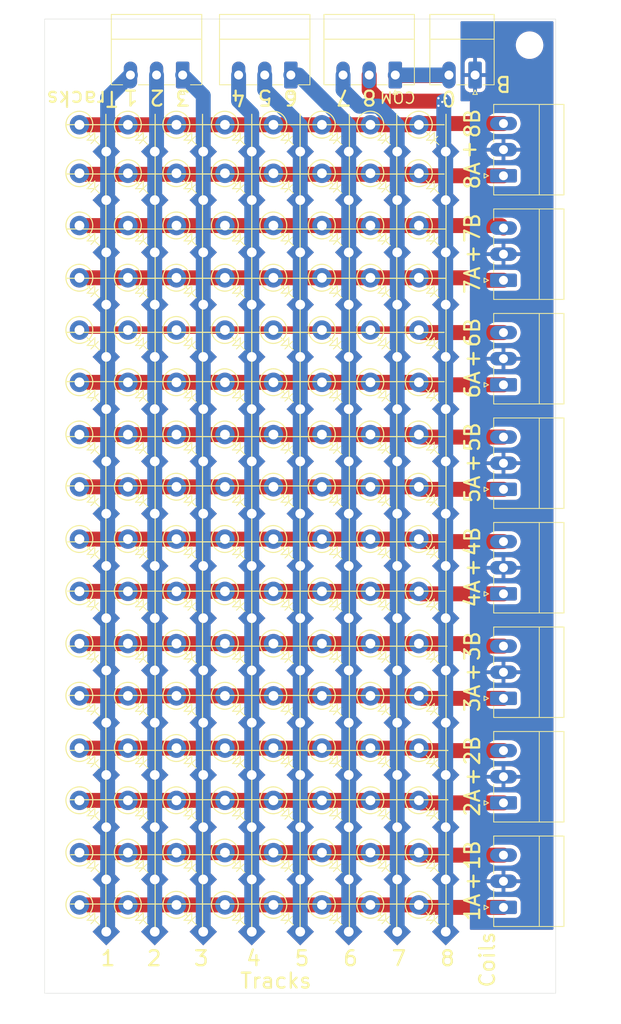
<source format=kicad_pcb>
(kicad_pcb (version 20240108) (generator "pcbnew") (generator_version "8.0")
  (layers (0 "F.Cu" signal) (31 "B.Cu" signal) (34 "B.Paste" user) (35 "F.Paste" user) (36 "B.SilkS" user "B.Silkscreen") (37 "F.SilkS" user "F.Silkscreen") (38 "B.Mask" user) (39 "F.Mask" user) (44 "Edge.Cuts" user))
  (net 0 "")
  (net 1 "GND")
  (net 2 "/Matrix/COL1")
  (net 3 "/Matrix/1.A")
  (net 4 "/Matrix/COL2")
  (net 5 "/Matrix/COL3")
  (net 6 "/Matrix/COL4")
  (net 7 "/Matrix/COL5")
  (net 8 "/Matrix/COL6")
  (net 9 "/Matrix/COL7")
  (net 10 "/Matrix/COL8")
  (net 11 "/Matrix/1.B")
  (net 12 "/Matrix/2.A")
  (net 13 "/Matrix/2.B")
  (net 14 "/Matrix/3.A")
  (net 15 "/Matrix/3.B")
  (net 16 "/Matrix/4.A")
  (net 17 "/Matrix/4.B")
  (net 18 "/Matrix/5.A")
  (net 19 "/Matrix/5.B")
  (net 20 "/Matrix/6.A")
  (net 21 "/Matrix/6.B")
  (net 22 "/Matrix/7.A")
  (net 23 "/Matrix/7.B")
  (net 24 "/Matrix/8.A")
  (net 25 "/Matrix/8.B")
  (net 26 "VCC")
  (footprint "custom_kicad_lib_sk:diode4matrix" (layer "F.Cu") (at 96.259206 75.759206 135)
    (property "Reference" "D2504" (hide yes))
    (property "Value" "D")
  )
  (footprint "custom_kicad_lib_sk:diode4matrix" (layer "F.Cu") (at 115.759206 96.759206 135)
    (property "Reference" "D2207" (hide yes))
    (property "Value" "D")
  )
  (footprint "custom_kicad_lib_sk:diode4matrix" (layer "F.Cu") (at 96.259206 117.759206 135)
    (property "Reference" "D1904" (hide yes))
    (property "Value" "D")
  )
  (footprint "custom_kicad_lib_sk:diode4matrix" (layer "F.Cu") (at 115.759206 117.759206 135)
    (property "Reference" "D1907" (hide yes))
    (property "Value" "D")
  )
  (footprint "custom_kicad_lib_sk:diode4matrix" (layer "F.Cu") (at 76.759206 131.759206 135)
    (property "Reference" "D1701" (hide yes))
    (property "Value" "D")
  )
  (footprint "custom_kicad_lib_sk:diode4matrix" (layer "F.Cu") (at 83.259206 82.759206 135)
    (property "Reference" "D2402" (hide yes))
    (property "Value" "D")
  )
  (footprint "custom_kicad_lib_sk:diode4matrix" (layer "F.Cu") (at 83.259206 131.759206 135)
    (property "Reference" "D1702" (hide yes))
    (property "Value" "D")
  )
  (footprint "custom_kicad_lib_sk:diode4matrix" (layer "F.Cu") (at 96.259206 152.759206 135)
    (property "Reference" "D1404" (hide yes))
    (property "Value" "D")
  )
  (footprint "custom_kicad_lib_sk:diode4matrix" (layer "F.Cu") (at 102.759206 110.759206 135)
    (property "Reference" "D2005" (hide yes))
    (property "Value" "D")
  )
  (footprint "custom_kicad_lib_sk:diode4matrix" (layer "F.Cu") (at 122.259206 159.759206 135)
    (property "Reference" "D1308" (hide yes))
    (property "Value" "D")
  )
  (footprint "custom_kicad_lib_sk:diode4matrix" (layer "F.Cu") (at 115.759206 131.759206 135)
    (property "Reference" "D1707" (hide yes))
    (property "Value" "D")
  )
  (footprint "custom_kicad_lib_sk:diode4matrix" (layer "F.Cu") (at 89.759206 103.759206 135)
    (property "Reference" "D2103" (hide yes))
    (property "Value" "D")
  )
  (footprint "custom_kicad_lib_sk:diode4matrix" (layer "F.Cu") (at 89.759206 110.759206 135)
    (property "Reference" "D2003" (hide yes))
    (property "Value" "D")
  )
  (footprint "custom_kicad_lib_sk:diode4matrix" (layer "F.Cu") (at 89.759206 159.759206 135)
    (property "Reference" "D1303" (hide yes))
    (property "Value" "D")
  )
  (footprint "custom_kicad_lib_sk:diode4matrix" (layer "F.Cu") (at 122.259206 110.759206 135)
    (property "Reference" "D2008" (hide yes))
    (property "Value" "D")
  )
  (footprint "custom_kicad_lib_sk:diode4matrix" (layer "F.Cu") (at 109.259206 131.759206 135)
    (property "Reference" "D1706" (hide yes))
    (property "Value" "D")
  )
  (footprint "custom_kicad_lib_sk:diode4matrix" (layer "F.Cu") (at 109.259206 124.759206 135)
    (property "Reference" "D1806" (hide yes))
    (property "Value" "D")
  )
  (footprint "custom_kicad_lib_sk:diode4matrix" (layer "F.Cu") (at 96.259206 159.759206 135)
    (property "Reference" "D1304" (hide yes))
    (property "Value" "D")
  )
  (footprint "custom_kicad_lib_sk:diode4matrix" (layer "F.Cu") (at 76.759206 89.759206 135)
    (property "Reference" "D2301" (hide yes))
    (property "Value" "D")
  )
  (footprint "custom_kicad_lib_sk:diode4matrix" (layer "F.Cu") (at 115.759206 124.759206 135)
    (property "Reference" "D1807" (hide yes))
    (property "Value" "D")
  )
  (footprint "Connector_Phoenix_MC:PhoenixContact_MC_1,5_3-G-3.5_1x03_P3.50mm_Horizontal" (layer "F.Cu") (at 130 86.5 90)
    (property "Reference" "J801" (hide yes))
    (property "Value" "Screw_Terminal_01x03")
  )
  (footprint "custom_kicad_lib_sk:diode4matrix" (layer "F.Cu") (at 89.759206 89.759206 135)
    (property "Reference" "D2303" (hide yes))
    (property "Value" "D")
  )
  (footprint "custom_kicad_lib_sk:diode4matrix" (layer "F.Cu") (at 76.759206 173.759206 135)
    (property "Reference" "D1101" (hide yes))
    (property "Value" "D")
  )
  (footprint "custom_kicad_lib_sk:diode4matrix" (layer "F.Cu") (at 96.259206 69.259206 135)
    (property "Reference" "D2604" (hide yes))
    (property "Value" "D")
  )
  (footprint "custom_kicad_lib_sk:diode4matrix" (layer "F.Cu") (at 83.259206 117.759206 135)
    (property "Reference" "D1902" (hide yes))
    (property "Value" "D")
  )
  (footprint "custom_kicad_lib_sk:diode4matrix" (layer "F.Cu") (at 102.759206 159.759206 135)
    (property "Reference" "D1305" (hide yes))
    (property "Value" "D")
  )
  (footprint "custom_kicad_lib_sk:diode4matrix" (layer "F.Cu") (at 115.759206 166.759206 135)
    (property "Reference" "D1207" (hide yes))
    (property "Value" "D")
  )
  (footprint "custom_kicad_lib_sk:diode4matrix" (layer "F.Cu") (at 122.259206 138.759206 135)
    (property "Reference" "D1608" (hide yes))
    (property "Value" "D")
  )
  (footprint "custom_kicad_lib_sk:diode4matrix" (layer "F.Cu") (at 89.759206 82.759206 135)
    (property "Reference" "D2403" (hide yes))
    (property "Value" "D")
  )
  (footprint "custom_kicad_lib_sk:diode4matrix" (layer "F.Cu") (at 102.759206 131.759206 135)
    (property "Reference" "D1705" (hide yes))
    (property "Value" "D")
  )
  (footprint "custom_kicad_lib_sk:diode4matrix" (layer "F.Cu") (at 102.759206 173.759206 135)
    (property "Reference" "D1105" (hide yes))
    (property "Value" "D")
  )
  (footprint "custom_kicad_lib_sk:diode4matrix" (layer "F.Cu") (at 96.259206 96.759206 135)
    (property "Reference" "D2204" (hide yes))
    (property "Value" "D")
  )
  (footprint "custom_kicad_lib_sk:diode4matrix" (layer "F.Cu") (at 83.259206 124.759206 135)
    (property "Reference" "D1802" (hide yes))
    (property "Value" "D")
  )
  (footprint "MountingHole:MountingHole_3.2mm_M3" (layer "F.Cu") (at 72 55)
    (property "Reference" "REF**" (hide yes))
    (property "Value" "MountingHole_3.2mm_M3")
  )
  (footprint "custom_kicad_lib_sk:diode4matrix" (layer "F.Cu") (at 76.759206 69.259206 135)
    (property "Reference" "D2601" (hide yes))
    (property "Value" "D")
  )
  (footprint "custom_kicad_lib_sk:diode4matrix" (layer "F.Cu") (at 76.759206 159.759206 135)
    (property "Reference" "D1301" (hide yes))
    (property "Value" "D")
  )
  (footprint "custom_kicad_lib_sk:diode4matrix" (layer "F.Cu") (at 122.259206 69.259206 135)
    (property "Reference" "D2608" (hide yes))
    (property "Value" "D")
  )
  (footprint "custom_kicad_lib_sk:diode4matrix" (layer "F.Cu") (at 122.259206 124.759206 135)
    (property "Reference" "D1808" (hide yes))
    (property "Value" "D")
  )
  (footprint "custom_kicad_lib_sk:diode4matrix" (layer "F.Cu") (at 76.759206 138.759206 135)
    (property "Reference" "D1601" (hide yes))
    (property "Value" "D")
  )
  (footprint "custom_kicad_lib_sk:diode4matrix" (layer "F.Cu") (at 89.759206 117.759206 135)
    (property "Reference" "D1903" (hide yes))
    (property "Value" "D")
  )
  (footprint "custom_kicad_lib_sk:diode4matrix" (layer "F.Cu") (at 115.759206 89.759206 135)
    (property "Reference" "D2307" (hide yes))
    (property "Value" "D")
  )
  (footprint "custom_kicad_lib_sk:diode4matrix" (layer "F.Cu") (at 76.759206 152.759206 135)
    (property "Reference" "D1401" (hide yes))
    (property "Value" "D")
  )
  (footprint "custom_kicad_lib_sk:diode4matrix" (layer "F.Cu") (at 89.759206 124.759206 135)
    (property "Reference" "D1803" (hide yes))
    (property "Value" "D")
  )
  (footprint "custom_kicad_lib_sk:diode4matrix" (layer "F.Cu") (at 115.759206 75.759206 135)
    (property "Reference" "D2507" (hide yes))
    (property "Value" "D")
  )
  (footprint "custom_kicad_lib_sk:diode4matrix" (layer "F.Cu") (at 89.759206 138.759206 135)
    (property "Reference" "D1603" (hide yes))
    (property "Value" "D")
  )
  (footprint "Connector_Phoenix_MC:PhoenixContact_MC_1,5_3-G-3.5_1x03_P3.50mm_Horizontal" (layer "F.Cu") (at 130 128.5 90)
    (property "Reference" "J501" (hide yes))
    (property "Value" "Screw_Terminal_01x03")
  )
  (footprint "custom_kicad_lib_sk:diode4matrix" (layer "F.Cu") (at 89.759206 75.759206 135)
    (property "Reference" "D2503" (hide yes))
    (property "Value" "D")
  )
  (footprint "Connector_Phoenix_MC:PhoenixContact_MC_1,5_3-G-3.5_1x03_P3.50mm_Horizontal" (layer "F.Cu") (at 130 72.5 90)
    (property "Reference" "J901" (hide yes))
    (property "Value" "Screw_Terminal_01x03")
  )
  (footprint "custom_kicad_lib_sk:diode4matrix" (layer "F.Cu") (at 83.259206 166.759206 135)
    (property "Reference" "D1202" (hide yes))
    (property "Value" "D")
  )
  (footprint "custom_kicad_lib_sk:diode4matrix" (layer "F.Cu") (at 109.259206 82.759206 135)
    (property "Reference" "D2406" (hide yes))
    (property "Value" "D")
  )
  (footprint "custom_kicad_lib_sk:diode4matrix" (layer "F.Cu") (at 83.259206 103.759206 135)
    (property "Reference" "D2102" (hide yes))
    (property "Value" "D")
  )
  (footprint "custom_kicad_lib_sk:diode4matrix" (layer "F.Cu") (at 96.259206 173.759206 135)
    (property "Reference" "D1104" (hide yes))
    (property "Value" "D")
  )
  (footprint "custom_kicad_lib_sk:diode4matrix" (layer "F.Cu") (at 89.759206 173.759206 135)
    (property "Reference" "D1103" (hide yes))
    (property "Value" "D")
  )
  (footprint "custom_kicad_lib_sk:diode4matrix" (layer "F.Cu") (at 96.259206 103.759206 135)
    (property "Reference" "D2104" (hide yes))
    (property "Value" "D")
  )
  (footprint "custom_kicad_lib_sk:diode4matrix" (layer "F.Cu") (at 89.759206 166.759206 135)
    (property "Reference" "D1203" (hide yes))
    (property "Value" "D")
  )
  (footprint "custom_kicad_lib_sk:diode4matrix" (layer "F.Cu") (at 115.759206 103.759206 135)
    (property "Reference" "D2107" (hide yes))
    (property "Value" "D")
  )
  (footprint "custom_kicad_lib_sk:diode4matrix" (layer "F.Cu") (at 76.759206 103.759206 135)
    (property "Reference" "D2101" (hide yes))
    (property "Value" "D")
  )
  (footprint "custom_kicad_lib_sk:diode4matrix" (layer "F.Cu") (at 102.759206 96.759206 135)
    (property "Reference" "D2205" (hide yes))
    (property "Value" "D")
  )
  (footprint "Connector_Phoenix_MC:PhoenixContact_MC_1,5_3-G-3.5_1x03_P3.50mm_Horizontal" (layer "F.Cu") (at 130 170.5 90)
    (property "Reference" "J201" (hide yes))
    (property "Value" "Screw_Terminal_01x03")
  )
  (footprint "MountingHole:MountingHole_3.2mm_M3" (layer "F.Cu") (at 133.5 178)
    (property "Reference" "REF**" (hide yes))
    (property "Value" "MountingHole_3.2mm_M3")
  )
  (footprint "custom_kicad_lib_sk:diode4matrix" (layer "F.Cu") (at 83.259206 69.259206 135)
    (property "Reference" "D2602" (hide yes))
    (property "Value" "D")
  )
  (footprint "custom_kicad_lib_sk:diode4matrix" (layer "F.Cu") (at 83.259206 96.759206 135)
    (property "Reference" "D2202" (hide yes))
    (property "Value" "D")
  )
  (footprint "custom_kicad_lib_sk:diode4matrix" (layer "F.Cu") (at 76.759206 145.759206 135)
    (property "Reference" "D1501" (hide yes))
    (property "Value" "D")
  )
  (footprint "custom_kicad_lib_sk:diode4matrix" (layer "F.Cu") (at 102.759206 82.759206 135)
    (property "Reference" "D2405" (hide yes))
    (property "Value" "D")
  )
  (footprint "custom_kicad_lib_sk:diode4matrix" (layer "F.Cu") (at 122.259206 117.759206 135)
    (property "Reference" "D1908" (hide yes))
    (property "Value" "D")
  )
  (footprint "custom_kicad_lib_sk:diode4matrix" (layer "F.Cu") (at 122.259206 173.759206 135)
    (property "Reference" "D1108" (hide yes))
    (property "Value" "D")
  )
  (footprint "custom_kicad_lib_sk:diode4matrix" (layer "F.Cu") (at 102.759206 138.759206 135)
    (property "Reference" "D1605" (hide yes))
    (property "Value" "D")
  )
  (footprint "custom_kicad_lib_sk:diode4matrix" (layer "F.Cu") (at 76.759206 75.759206 135)
    (property "Reference" "D2501" (hide yes))
    (property "Value" "D")
  )
  (footprint "custom_kicad_lib_sk:diode4matrix" (layer "F.Cu") (at 83.259206 173.759206 135)
    (property "Reference" "D1102" (hide yes))
    (property "Value" "D")
  )
  (footprint "custom_kicad_lib_sk:diode4matrix" (layer "F.Cu") (at 96.259206 145.759206 135)
    (property "Reference" "D1504" (hide yes))
    (property "Value" "D")
  )
  (footprint "custom_kicad_lib_sk:diode4matrix" (layer "F.Cu") (at 76.759206 117.759206 135)
    (property "Reference" "D1901" (hide yes))
    (property "Value" "D")
  )
  (footprint "custom_kicad_lib_sk:diode4matrix" (layer "F.Cu") (at 89.759206 69.259206 135)
    (property "Reference" "D2603" (hide yes))
    (property "Value" "D")
  )
  (footprint "custom_kicad_lib_sk:diode4matrix" (layer "F.Cu") (at 115.759206 159.759206 135)
    (property "Reference" "D1307" (hide yes))
    (property "Value" "D")
  )
  (footprint "custom_kicad_lib_sk:diode4matrix" (layer "F.Cu") (at 89.759206 131.759206 135)
    (property "Reference" "D1703" (hide yes))
    (property "Value" "D")
  )
  (footprint "custom_kicad_lib_sk:diode4matrix" (layer "F.Cu") (at 109.259206 152.759206 135)
    (property "Reference" "D1406" (hide yes))
    (property "Value" "D")
  )
  (footprint "custom_kicad_lib_sk:diode4matrix" (layer "F.Cu") (at 109.259206 69.259206 135)
    (property "Reference" "D2606" (hide yes))
    (property "Value" "D")
  )
  (footprint "custom_kicad_lib_sk:diode4matrix" (layer "F.Cu") (at 102.759206 166.759206 135)
    (property "Reference" "D1205" (hide yes))
    (property "Value" "D")
  )
  (footprint "custom_kicad_lib_sk:diode4matrix" (layer "F.Cu") (at 83.259206 138.759206 135)
    (property "Reference" "D1602" (hide yes))
    (property "Value" "D")
  )
  (footprint "custom_kicad_lib_sk:diode4matrix" (layer "F.Cu") (at 96.259206 138.759206 135)
    (property "Reference" "D1604" (hide yes))
    (property "Value" "D")
  )
  (footprint "custom_kicad_lib_sk:diode4matrix" (layer "F.Cu") (at 102.759206 89.759206 135)
    (property "Reference" "D2305" (hide yes))
    (property "Value" "D")
  )
  (footprint "Connector_Phoenix_MC:PhoenixContact_MC_1,5_3-G-3.5_1x03_P3.50mm_Horizontal" (layer "F.Cu") (at 130 142.5 90)
    (property "Reference" "J401" (hide yes))
    (property "Value" "Screw_Terminal_01x03")
  )
  (footprint "custom_kicad_lib_sk:diode4matrix" (layer "F.Cu") (at 122.259206 152.759206 135)
    (property "Reference" "D1408" (hide yes))
    (property "Value" "D")
  )
  (footprint "custom_kicad_lib_sk:diode4matrix" (layer "F.Cu") (at 76.759206 82.759206 135)
    (property "Reference" "D2401" (hide yes))
    (property "Value" "D")
  )
  (footprint "custom_kicad_lib_sk:diode4matrix" (layer "F.Cu") (at 96.259206 166.759206 135)
    (property "Reference" "D1204" (hide yes))
    (property "Value" "D")
  )
  (footprint "custom_kicad_lib_sk:diode4matrix" (layer "F.Cu") (at 109.259206 89.759206 135)
    (property "Reference" "D2306" (hide yes))
    (property "Value" "D")
  )
  (footprint "custom_kicad_lib_sk:diode4matrix" (layer "F.Cu") (at 96.259206 131.759206 135)
    (property "Reference" "D1704" (hide yes))
    (property "Value" "D")
  )
  (footprint "custom_kicad_lib_sk:diode4matrix" (layer "F.Cu") (at 109.259206 103.759206 135)
    (property "Reference" "D2106" (hide yes))
    (property "Value" "D")
  )
  (footprint "custom_kicad_lib_sk:diode4matrix" (layer "F.Cu") (at 76.759206 110.759206 135)
    (property "Reference" "D2001" (hide yes))
    (property "Value" "D")
  )
  (footprint "custom_kicad_lib_sk:diode4matrix" (layer "F.Cu") (at 102.759206 152.759206 135)
    (property "Reference" "D1405" (hide yes))
    (property "Value" "D")
  )
  (footprint "custom_kicad_lib_sk:diode4matrix" (layer "F.Cu") (at 96.259206 89.759206 135)
    (property "Reference" "D2304" (hide yes))
    (property "Value" "D")
  )
  (footprint "custom_kicad_lib_sk:diode4matrix" (layer "F.Cu") (at 122.259206 145.759206 135)
    (property "Reference" "D1508" (hide yes))
    (property "Value" "D")
  )
  (footprint "Connector_Phoenix_MC:PhoenixContact_MC_1,5_3-G-3.5_1x03_P3.50mm_Horizontal" (layer "F.Cu") (at 130 114.5 90)
    (property "Reference" "J601" (hide yes))
    (property "Value" "Screw_Terminal_01x03")
  )
  (footprint "custom_kicad_lib_sk:diode4matrix" (layer "F.Cu") (at 122.259206 82.759206 135)
    (property "Reference" "D2408" (hide yes))
    (property "Value" "D")
  )
  (footprint "custom_kicad_lib_sk:diode4matrix" (layer "F.Cu") (at 115.759206 138.759206 135)
    (property "Reference" "D1607" (hide yes))
    (property "Value" "D")
  )
  (footprint "custom_kicad_lib_sk:diode4matrix" (layer "F.Cu") (at 76.759206 96.759206 135)
    (property "Reference" "D2201" (hide yes))
    (property "Value" "D")
  )
  (footprint "custom_kicad_lib_sk:diode4matrix" (layer "F.Cu") (at 122.259206 96.759206 135)
    (property "Reference" "D2208" (hide yes))
    (property "Value" "D")
  )
  (footprint "custom_kicad_lib_sk:diode4matrix" (layer "F.Cu") (at 109.259206 75.759206 135)
    (property "Reference" "D2506" (hide yes))
    (property "Value" "D")
  )
  (footprint "custom_kicad_lib_sk:diode4matrix" (layer "F.Cu") (at 83.259206 89.759206 135)
    (property "Reference" "D2302" (hide yes))
    (property "Value" "D")
  )
  (footprint "custom_kicad_lib_sk:diode4matrix" (layer "F.Cu") (at 102.759206 117.759206 135)
    (property "Reference" "D1905" (hide yes))
    (property "Value" "D")
  )
  (footprint "custom_kicad_lib_sk:diode4matrix" (layer "F.Cu") (at 102.759206 145.759206 135)
    (property "Reference" "D1505" (hide yes))
    (property "Value" "D")
  )
  (footprint "Connector_Phoenix_MC:PhoenixContact_MC_1,5_3-G-3.5_1x03_P3.50mm_Horizontal" (layer "F.Cu") (at 115.5 59 180)
    (property "Reference" "J2803" (hide yes))
    (property "Value" "Screw_Terminal_01x03")
  )
  (footprint "custom_kicad_lib_sk:diode4matrix" (layer "F.Cu") (at 109.259206 145.759206 135)
    (property "Reference" "D1506" (hide yes))
    (property "Value" "D")
  )
  (footprint "custom_kicad_lib_sk:diode4matrix" (layer "F.Cu") (at 122.259206 103.759206 135)
    (property "Reference" "D2108" (hide yes))
    (property "Value" "D")
  )
  (footprint "custom_kicad_lib_sk:diode4matrix" (layer "F.Cu") (at 76.759206 124.759206 135)
    (property "Reference" "D1801" (hide yes))
    (property "Value" "D")
  )
  (footprint "custom_kicad_lib_sk:diode4matrix" (layer "F.Cu") (at 76.759206 166.759206 135)
    (property "Reference" "D1201" (hide yes))
    (property "Value" "D")
  )
  (footprint "custom_kicad_lib_sk:diode4matrix" (layer "F.Cu") (at 102.759206 103.759206 135)
    (property "Reference" "D2105" (hide yes))
    (property "Value" "D")
  )
  (footprint "custom_kicad_lib_sk:diode4matrix" (layer "F.Cu") (at 83.259206 75.759206 135)
    (property "Reference" "D2502" (hide yes))
    (property "Value" "D")
  )
  (footprint "Connector_Phoenix_MC:PhoenixContact_MC_1,5_3-G-3.5_1x03_P3.50mm_Horizontal" (layer "F.Cu") (at 101.5 59 180)
    (property "Reference" "J2802" (hide yes))
    (property "Value" "Screw_Terminal_01x03")
  )
  (footprint "custom_kicad_lib_sk:diode4matrix" (layer "F.Cu") (at 109.259206 117.759206 135)
    (property "Reference" "D1906" (hide yes))
    (property "Value" "D")
  )
  (footprint "custom_kicad_lib_sk:diode4matrix" (layer "F.Cu") (at 96.259206 82.759206 135)
    (property "Reference" "D2404" (hide yes))
    (property "Value" "D")
  )
  (footprint "custom_kicad_lib_sk:diode4matrix" (layer "F.Cu") (at 115.759206 173.759206 135)
    (property "Reference" "D1107" (hide yes))
    (property "Value" "D")
  )
  (footprint "custom_kicad_lib_sk:diode4matrix" (layer "F.Cu") (at 96.259206 124.759206 135)
    (property "Reference" "D1804" (hide yes))
    (property "Value" "D")
  )
  (footprint "custom_kicad_lib_sk:diode4matrix" (layer "F.Cu") (at 115.759206 152.759206 135)
    (property "Reference" "D1407" (hide yes))
    (property "Value" "D")
  )
  (footprint "custom_kicad_lib_sk:diode4matrix" (layer "F.Cu") (at 83.259206 152.759206 135)
    (property "Reference" "D1402" (hide yes))
    (property "Value" "D")
  )
  (footprint "custom_kicad_lib_sk:diode4matrix" (layer "F.Cu") (at 122.259206 166.759206 135)
    (property "Reference" "D1208" (hide yes))
    (property "Value" "D")
  )
  (footprint "Connector_Phoenix_MC:PhoenixContact_MC_1,5_3-G-3.5_1x03_P3.50mm_Horizontal" (layer "F.Cu") (at 130 100.5 90)
    (property "Reference" "J701" (hide yes))
    (property "Value" "Screw_Terminal_01x03")
  )
  (footprint "custom_kicad_lib_sk:diode4matrix" (layer "F.Cu") (at 102.759206 75.759206 135)
    (property "Reference" "D2505" (hide yes))
    (property "Value" "D")
  )
  (footprint "custom_kicad_lib_sk:diode4matrix" (layer "F.Cu") (at 109.259206 159.759206 135)
    (property "Reference" "D1306" (hide yes))
    (property "Value" "D")
  )
  (footprint "custom_kicad_lib_sk:diode4matrix" (layer "F.Cu") (at 109.259206 110.759206 135)
    (property "Reference" "D2006" (hide yes))
    (property "Value" "D")
  )
  (footprint "Connector_Phoenix_MC:PhoenixContact_MC_1,5_3-G-3.5_1x03_P3.50mm_Horizontal" (layer "F.Cu") (at 130 156.5 90)
    (property "Reference" "J301" (hide yes))
    (property "Value" "Screw_Terminal_01x03")
  )
  (footprint "custom_kicad_lib_sk:diode4matrix" (layer "F.Cu") (at 83.259206 145.759206 135)
    (property "Reference" "D1502" (hide yes))
    (property "Value" "D")
  )
  (footprint "custom_kicad_lib_sk:diode4matrix" (layer "F.Cu") (at 89.759206 152.759206 135)
    (property "Reference" "D1403" (hide yes))
    (property "Value" "D")
  )
  (footprint "MountingHole:MountingHole_3.2mm_M3" (layer "F.Cu") (at 72 178)
    (property "Reference" "REF**" (hide yes))
    (property "Value" "MountingHole_3.2mm_M3")
  )
  (footprint "custom_kicad_lib_sk:diode4matrix" (layer "F.Cu") (at 122.259206 75.759206 135)
    (property "Reference" "D2508" (hide yes))
    (property "Value" "D")
  )
  (footprint "custom_kicad_lib_sk:diode4matrix" (layer "F.Cu") (at 109.259206 96.759206 135)
    (property "Reference" "D2206" (hide yes))
    (property "Value" "D")
  )
  (footprint "custom_kicad_lib_sk:diode4matrix" (layer "F.Cu") (at 89.759206 145.759206 135)
    (property "Reference" "D1503" (hide yes))
    (property "Value" "D")
  )
  (footprint "custom_kicad_lib_sk:diode4matrix" (layer "F.Cu") (at 109.259206 173.759206 135)
    (property "Reference" "D1106" (hide yes))
    (property "Value" "D")
  )
  (footprint "custom_kicad_lib_sk:diode4matrix" (layer "F.Cu") (at 115.759206 82.759206 135)
    (property "Reference" "D2407" (hide yes))
    (property "Value" "D")
  )
  (footprint "custom_kicad_lib_sk:diode4matrix" (layer "F.Cu") (at 122.259206 131.759206 135)
    (property "Reference" "D1708" (hide yes))
    (property "Value" "D")
  )
  (footprint "custom_kicad_lib_sk:diode4matrix" (layer "F.Cu") (at 115.759206 145.759206 135)
    (property "Reference" "D1507" (hide yes))
    (property "Value" "D")
  )
  (footprint "custom_kicad_lib_sk:diode4matrix" (layer "F.Cu") (at 102.759206 124.759206 135)
    (property "Reference" "D1805" (hide yes))
    (property "Value" "D")
  )
  (footprint "MountingHole:MountingHole_3.2mm_M3" (layer "F.Cu") (at 133.5 55)
    (property "Reference" "REF**" (hide yes))
    (property "Value" "MountingHole_3.2mm_M3")
  )
  (footprint "custom_kicad_lib_sk:diode4matrix" (layer "F.Cu") (at 83.259206 159.759206 135)
    (property "Reference" "D1302" (hide yes))
    (property "Value" "D")
  )
  (footprint "custom_kicad_lib_sk:diode4matrix" (layer "F.Cu") (at 102.759206 69.259206 135)
    (property "Reference" "D2605" (hide yes))
    (property "Value" "D")
  )
  (footprint "custom_kicad_lib_sk:diode4matrix" (layer "F.Cu") (at 122.259206 89.759206 135)
    (property "Reference" "D2308" (hide yes))
    (property "Value" "D")
  )
  (footprint "Connector_Phoenix_MC:PhoenixContact_MC_1,5_3-G-3.5_1x03_P3.50mm_Horizontal" (layer "F.Cu") (at 87 59 180)
    (property "Reference" "J2801" (hide yes))
    (property "Value" "Screw_Terminal_01x03")
  )
  (footprint "custom_kicad_lib_sk:diode4matrix" (layer "F.Cu") (at 89.759206 96.759206 135)
    (property "Reference" "D2203" (hide yes))
    (property "Value" "D")
  )
  (footprint "custom_kicad_lib_sk:diode4matrix" (layer "F.Cu") (at 109.259206 138.759206 135)
    (property "Reference" "D1606" (hide yes))
    (property "Value" "D")
  )
  (footprint "Connector_Phoenix_MC:PhoenixContact_MC_1,5_2-G-3.5_1x02_P3.50mm_Horizontal" (layer "F.Cu") (at 126.195 59 180)
    (property "Reference" "J2701" (hide yes))
    (property "Value" "Screw_Terminal_01x02")
  )
  (footprint "custom_kicad_lib_sk:diode4matrix" (layer "F.Cu") (at 115.759206 110.759206 135)
    (property "Reference" "D2007" (hide yes))
    (property "Value" "D")
  )
  (footprint "custom_kicad_lib_sk:diode4matrix" (layer "F.Cu") (at 96.259206 110.759206 135)
    (property "Reference" "D2004" (hide yes))
    (property "Value" "D")
  )
  (footprint "custom_kicad_lib_sk:diode4matrix" (layer "F.Cu") (at 115.759206 69.259206 135)
    (property "Reference" "D2607" (hide yes))
    (property "Value" "D")
  )
  (footprint "custom_kicad_lib_sk:diode4matrix" (layer "F.Cu") (at 109.259206 166.759206 135)
    (property "Reference" "D1206" (hide yes))
    (property "Value" "D")
  )
  (footprint "custom_kicad_lib_sk:diode4matrix" (layer "F.Cu") (at 83.259206 110.759206 135)
    (property "Reference" "D2002" (hide yes))
    (property "Value" "D")
  )
  (gr_line (start 71.86096 149.472961) (end 122.555 149.479) (stroke (width 0.15)) (layer "F.SilkS"))
  (gr_line (start 71.35296 93.465961) (end 122.047 93.472) (stroke (width 0.15)) (layer "F.SilkS"))
  (gr_line (start 71.35296 65.652961) (end 122.047 65.659) (stroke (width 0.15)) (layer "F.SilkS"))
  (gr_line (start 71.47996 114.039961) (end 122.174 114.046) (stroke (width 0.15)) (layer "F.SilkS"))
  (gr_line (start 76.708 64.262) (end 76.708 173.736) (stroke (width 0.15)) (layer "F.SilkS"))
  (gr_line (start 71.73396 142.106961) (end 122.428 142.113) (stroke (width 0.15)) (layer "F.SilkS"))
  (gr_line (start 122.301 64.262) (end 122.301 173.736) (stroke (width 0.15)) (layer "F.SilkS"))
  (gr_line (start 89.662 64.262) (end 89.662 173.736) (stroke (width 0.15)) (layer "F.SilkS"))
  (gr_line (start 71.86096 156.076961) (end 122.555 156.083) (stroke (width 0.15)) (layer "F.SilkS"))
  (gr_line (start 115.697 64.262) (end 115.697 173.736) (stroke (width 0.15)) (layer "F.SilkS"))
  (gr_line (start 83.312 64.262) (end 83.312 173.736) (stroke (width 0.15)) (layer "F.SilkS"))
  (gr_line (start 71.47996 86.226961) (end 122.174 86.233) (stroke (width 0.15)) (layer "F.SilkS"))
  (gr_line (start 71.98796 170.046961) (end 122.682 170.053) (stroke (width 0.15)) (layer "F.SilkS"))
  (gr_line (start 71.47996 107.435961) (end 122.174 107.442) (stroke (width 0.15)) (layer "F.SilkS"))
  (gr_line (start 102.743 64.262) (end 102.743 173.736) (stroke (width 0.15)) (layer "F.SilkS"))
  (gr_line (start 109.347 64.262) (end 109.347 173.736) (stroke (width 0.15)) (layer "F.SilkS"))
  (gr_line (start 71.73396 135.502961) (end 122.428 135.509) (stroke (width 0.15)) (layer "F.SilkS"))
  (gr_line (start 71.35296 100.069961) (end 122.047 100.076) (stroke (width 0.15)) (layer "F.SilkS"))
  (gr_line (start 71.35296 72.256961) (end 122.047 72.263) (stroke (width 0.15)) (layer "F.SilkS"))
  (gr_line (start 71.47996 79.622961) (end 122.174 79.629) (stroke (width 0.15)) (layer "F.SilkS"))
  (gr_line (start 96.266 64.262) (end 96.266 173.736) (stroke (width 0.15)) (layer "F.SilkS"))
  (gr_line (start 71.98796 163.442961) (end 122.682 163.449) (stroke (width 0.15)) (layer "F.SilkS"))
  (gr_line (start 71.60696 121.532961) (end 122.301 121.539) (stroke (width 0.15)) (layer "F.SilkS"))
  (gr_line (start 71.60696 128.136961) (end 122.301 128.143) (stroke (width 0.15)) (layer "F.SilkS"))
  (gr_rect (start 68.5 51.5) (end 137 182) (stroke (width 0.05)) (fill none) (layer "Edge.Cuts"))
  (gr_text "Tracks" (at 99.5 181.5 0) (layer "F.SilkS") (effects (font (size 2 2) (thickness 0.3)) (justify bottom)))
  (gr_text "B" (at 130 59 180) (layer "F.SilkS") (effects (font (size 2 2) (thickness 0.3)) (justify bottom)))
  (gr_text "+" (at 127 125 90) (layer "F.SilkS") (effects (font (size 2 2) (thickness 0.3)) (justify bottom)))
  (gr_text "5" (at 103 178.5 0) (layer "F.SilkS") (effects (font (size 2 2) (thickness 0.3)) (justify bottom)))
  (gr_text "3B\n" (at 127 135.5 90) (layer "F.SilkS") (effects (font (size 2 2) (thickness 0.3)) (justify bottom)))
  (gr_text "2" (at 83.185 178.5 0) (layer "F.SilkS") (effects (font (size 2 2) (thickness 0.3)) (justify bottom)))
  (gr_text "3A" (at 127 142.5 90) (layer "F.SilkS") (effects (font (size 2 2) (thickness 0.3)) (justify bottom)))
  (gr_text "7B\n" (at 127 79.5 90) (layer "F.SilkS") (effects (font (size 2 2) (thickness 0.3)) (justify bottom)))
  (gr_text "6B\n" (at 127 93.5 90) (layer "F.SilkS") (effects (font (size 2 2) (thickness 0.3)) (justify bottom)))
  (gr_text "5" (at 98.044 60.833 180) (layer "F.SilkS") (effects (font (size 2 2) (thickness 0.3)) (justify bottom)))
  (gr_text "4" (at 96.5 178.5 0) (layer "F.SilkS") (effects (font (size 2 2) (thickness 0.3)) (justify bottom)))
  (gr_text "7" (at 108.585 60.833 180) (layer "F.SilkS") (effects (font (size 2 2) (thickness 0.3)) (justify bottom)))
  (gr_text "7A" (at 127 86.5 90) (layer "F.SilkS") (effects (font (size 2 2) (thickness 0.3)) (justify bottom)))
  (gr_text "4B\n" (at 127 121.5 90) (layer "F.SilkS") (effects (font (size 2 2) (thickness 0.3)) (justify bottom)))
  (gr_text "Coils" (at 129 177.5 90) (layer "F.SilkS") (effects (font (size 2 2) (thickness 0.3)) (justify bottom)))
  (gr_text "+" (at 127 167 90) (layer "F.SilkS") (effects (font (size 2 2) (thickness 0.3)) (justify bottom)))
  (gr_text "+" (at 126.5 69 90) (layer "F.SilkS") (effects (font (size 2 2) (thickness 0.3)) (justify bottom)))
  (gr_text "5B\n" (at 127 107.5 90) (layer "F.SilkS") (effects (font (size 2 2) (thickness 0.3)) (justify bottom)))
  (gr_text "5A" (at 127 114.5 90) (layer "F.SilkS") (effects (font (size 2 2) (thickness 0.3)) (justify bottom)))
  (gr_text "8B\n" (at 127 65.5 90) (layer "F.SilkS") (effects (font (size 2 2) (thickness 0.3)) (justify bottom)))
  (gr_text "+" (at 127 111 90) (layer "F.SilkS") (effects (font (size 2 2) (thickness 0.3)) (justify bottom)))
  (gr_text "3" (at 89.5 178.5 0) (layer "F.SilkS") (effects (font (size 2 2) (thickness 0.3)) (justify bottom)))
  (gr_text "2" (at 83.566 60.833 180) (layer "F.SilkS") (effects (font (size 2 2) (thickness 0.3)) (justify bottom)))
  (gr_text "COM" (at 115.824 61.087 180) (layer "F.SilkS") (effects (font (size 1.5 1.5) (thickness 0.2)) (justify bottom)))
  (gr_text "+" (at 127 97 90) (layer "F.SilkS") (effects (font (size 2 2) (thickness 0.3)) (justify bottom)))
  (gr_text "+" (at 127 153 90) (layer "F.SilkS") (effects (font (size 2 2) (thickness 0.3)) (justify bottom)))
  (gr_text "1A" (at 127 170.5 90) (layer "F.SilkS") (effects (font (size 2 2) (thickness 0.3)) (justify bottom)))
  (gr_text "4" (at 94.488 60.833 180) (layer "F.SilkS") (effects (font (size 2 2) (thickness 0.3)) (justify bottom)))
  (gr_text "+" (at 127 83 90) (layer "F.SilkS") (effects (font (size 2 2) (thickness 0.3)) (justify bottom)))
  (gr_text "6" (at 109.5 178.5 0) (layer "F.SilkS") (effects (font (size 2 2) (thickness 0.3)) (justify bottom)))
  (gr_text "2A" (at 127 156.5 90) (layer "F.SilkS") (effects (font (size 2 2) (thickness 0.3)) (justify bottom)))
  (gr_text "2B\n" (at 127 149.5 90) (layer "F.SilkS") (effects (font (size 2 2) (thickness 0.3)) (justify bottom)))
  (gr_text "1B\n" (at 127 163.5 90) (layer "F.SilkS") (effects (font (size 2 2) (thickness 0.3)) (justify bottom)))
  (gr_text "Tracks" (at 73.5 61 180) (layer "F.SilkS") (effects (font (size 2 2) (thickness 0.3)) (justify bottom)))
  (gr_text "+" (at 127 139 90) (layer "F.SilkS") (effects (font (size 2 2) (thickness 0.3)) (justify bottom)))
  (gr_text "1" (at 80.01 60.833 180) (layer "F.SilkS") (effects (font (size 2 2) (thickness 0.3)) (justify bottom)))
  (gr_text "3" (at 86.995 60.833 180) (layer "F.SilkS") (effects (font (size 2 2) (thickness 0.3)) (justify bottom)))
  (gr_text "6A" (at 127 100.5 90) (layer "F.SilkS") (effects (font (size 2 2) (thickness 0.3)) (justify bottom)))
  (gr_text "4A" (at 127 128.5 90) (layer "F.SilkS") (effects (font (size 2 2) (thickness 0.3)) (justify bottom)))
  (gr_text "6" (at 101.473 60.833 180) (layer "F.SilkS") (effects (font (size 2 2) (thickness 0.3)) (justify bottom)))
  (gr_text "0" (at 122.682 60.96 180) (layer "F.SilkS") (effects (font (size 2 2) (thickness 0.3)) (justify bottom)))
  (gr_text "8" (at 122.5 178.5 0) (layer "F.SilkS") (effects (font (size 2 2) (thickness 0.3)) (justify bottom)))
  (gr_text "1" (at 77 178.5 0) (layer "F.SilkS") (effects (font (size 2 2) (thickness 0.3)) (justify bottom)))
  (gr_text "7" (at 116 178.5 0) (layer "F.SilkS") (effects (font (size 2 2) (thickness 0.3)) (justify bottom)))
  (gr_text "8" (at 112.014 60.833 180) (layer "F.SilkS") (effects (font (size 2 2) (thickness 0.3)) (justify bottom)))
  (gr_text "8A" (at 127 72.5 90) (layer "F.SilkS") (effects (font (size 2 2) (thickness 0.3)) (justify bottom)))
  (segment (start 115.504 59.0675) (end 122.112 59.0675) (width 2) (layer "F.Cu") (net 1))
  (segment (start 122.108 59) (end 122.21 59.102) (width 2) (layer "B.Cu") (net 1))
  (segment (start 115.5 59) (end 122.108 59) (width 2) (layer "B.Cu") (net 1))
  (segment (start 76.945 69.073412) (end 76.759206 69.259206) (width 1) (layer "B.Cu") (net 2))
  (segment (start 76.759206 69.259206) (end 76.759206 173.759206) (width 1) (layer "B.Cu") (net 2))
  (segment (start 76.945 173.573412) (end 76.945 62.055) (width 2) (layer "B.Cu") (net 2))
  (segment (start 76.945 62.055) (end 80 59) (width 2) (layer "B.Cu") (net 2))
  (segment (start 76.759206 173.759206) (end 76.945 173.573412) (width 2) (layer "B.Cu") (net 2))
  (segment (start 119 170.5) (end 118.667104 170.167104) (width 2) (layer "F.Cu") (net 3))
  (segment (start 73.167104 170.167104) (end 118.667104 170.167104) (width 2) (layer "F.Cu") (net 3))
  (segment (start 130 170.5) (end 119 170.5) (width 2) (layer "F.Cu") (net 3))
  (segment (start 83.5 69.018412) (end 83.259206 69.259206) (width 2) (layer "B.Cu") (net 4))
  (segment (start 83.5 59) (end 83.5 69.018412) (width 2) (layer "B.Cu") (net 4))
  (segment (start 83.259206 173.759206) (end 83.259206 69.259206) (width 2) (layer "B.Cu") (net 4))
  (segment (start 89.759206 69.259206) (end 89.759206 61.759206) (width 2) (layer "B.Cu") (net 5))
  (segment (start 89.759206 69.259206) (end 89.759206 173.759206) (width 2) (layer "B.Cu") (net 5))
  (segment (start 89.759206 61.759206) (end 87 59) (width 2) (layer "B.Cu") (net 5))
  (segment (start 94.5 59) (end 94.5 62.464466) (width 2) (layer "B.Cu") (net 6))
  (segment (start 96.259206 173.759206) (end 96.259206 69.259206) (width 2) (layer "B.Cu") (net 6))
  (segment (start 96.259206 64.223672) (end 96.259206 69.259206) (width 2) (layer "B.Cu") (net 6))
  (segment (start 94.5 62.464466) (end 96.259206 64.223672) (width 2) (layer "B.Cu") (net 6))
  (segment (start 102.759206 66.259206) (end 102.759206 69.259206) (width 1) (layer "B.Cu") (net 7))
  (segment (start 98 59) (end 98 60.964466) (width 2) (layer "B.Cu") (net 7))
  (segment (start 102.759206 65.723672) (end 102.759206 69.259206) (width 2) (layer "B.Cu") (net 7))
  (segment (start 102.759206 69.259206) (end 102.759206 173.759206) (width 2) (layer "B.Cu") (net 7))
  (segment (start 98 60.964466) (end 102.759206 65.723672) (width 2) (layer "B.Cu") (net 7))
  (segment (start 102.535534 59) (end 109.259206 65.723672) (width 2) (layer "B.Cu") (net 8))
  (segment (start 109.259206 173.759206) (end 109.259206 69.259206) (width 2) (layer "B.Cu") (net 8))
  (segment (start 109.259206 65.723672) (end 109.259206 69.259206) (width 2) (layer "B.Cu") (net 8))
  (segment (start 101.5 59) (end 102.535534 59) (width 2) (layer "B.Cu") (net 8))
  (segment (start 109.259206 69.259206) (end 109.259206 66.430778) (width 1) (layer "B.Cu") (net 8))
  (segment (start 108.5 61) (end 110.667104 63.167104) (width 2) (layer "B.Cu") (net 9))
  (segment (start 115.759206 69.259206) (end 115.759206 173.759206) (width 2) (layer "B.Cu") (net 9))
  (segment (start 110.667104 63.167104) (end 113.202638 63.167104) (width 2) (layer "B.Cu") (net 9))
  (segment (start 108.5 59) (end 108.5 61) (width 2) (layer "B.Cu") (net 9))
  (segment (start 115.759206 65.723672) (end 115.759206 69.259206) (width 2) (layer "B.Cu") (net 9))
  (segment (start 113.202638 63.167104) (end 115.759206 65.723672) (width 2) (layer "B.Cu") (net 9))
  (segment (start 112 59) (end 112 61) (width 2) (layer "F.Cu") (net 10))
  (segment (start 112 61) (end 113.5 62.5) (width 2) (layer "F.Cu") (net 10))
  (segment (start 113.5 62.5) (end 122 62.5) (width 2) (layer "F.Cu") (net 10))
  (via (at 121.285 63.119) (size 0.5) (drill 0.3) (layers "F.Cu" "B.Cu") (net 10))
  (via (at 122.301 62.103) (size 0.5) (drill 0.3) (layers "F.Cu" "B.Cu") (net 10))
  (via (at 121.285 62.103) (size 0.5) (drill 0.3) (layers "F.Cu" "B.Cu") (net 10))
  (via (at 122.301 63.119) (size 0.5) (drill 0.3) (layers "F.Cu" "B.Cu") (net 10))
  (via (at 121.793 62.611) (size 0.5) (drill 0.3) (layers "F.Cu" "B.Cu") (net 10))
  (segment (start 122 69) (end 122.259206 69.259206) (width 2) (layer "B.Cu") (net 10))
  (segment (start 122.259206 173.759206) (end 122.259206 69.259206) (width 2) (layer "B.Cu") (net 10))
  (segment (start 122 62.5) (end 122 69) (width 2) (layer "B.Cu") (net 10))
  (segment (start 73.167104 163.167104) (end 118.667104 163.167104) (width 2) (layer "F.Cu") (net 11))
  (segment (start 130 163.5) (end 119 163.5) (width 2) (layer "F.Cu") (net 11))
  (segment (start 119 163.5) (end 118.667104 163.167104) (width 2) (layer "F.Cu") (net 11))
  (segment (start 73.167104 156.167104) (end 118.667104 156.167104) (width 2) (layer "F.Cu") (net 12))
  (segment (start 119 156.5) (end 118.667104 156.167104) (width 2) (layer "F.Cu") (net 12))
  (segment (start 130 156.5) (end 119 156.5) (width 2) (layer "F.Cu") (net 12))
  (segment (start 130 149.5) (end 119 149.5) (width 2) (layer "F.Cu") (net 13))
  (segment (start 73.167104 149.167104) (end 118.667104 149.167104) (width 2) (layer "F.Cu") (net 13))
  (segment (start 119 149.5) (end 118.667104 149.167104) (width 2) (layer "F.Cu") (net 13))
  (segment (start 130 142.5) (end 119 142.5) (width 2) (layer "F.Cu") (net 14))
  (segment (start 119 142.5) (end 118.667104 142.167104) (width 2) (layer "F.Cu") (net 14))
  (segment (start 73.167104 142.167104) (end 118.667104 142.167104) (width 2) (layer "F.Cu") (net 14))
  (segment (start 125 135.5) (end 130 135.5) (width 2) (layer "F.Cu") (net 15))
  (segment (start 73.167104 135.167104) (end 118.667104 135.167104) (width 2) (layer "F.Cu") (net 15))
  (segment (start 125.167104 135.167104) (end 125.5 135.5) (width 2) (layer "F.Cu") (net 15))
  (segment (start 118.667104 135.167104) (end 124.667104 135.167104) (width 2) (layer "F.Cu") (net 15))
  (segment (start 130 128.5) (end 119 128.5) (width 2) (layer "F.Cu") (net 16))
  (segment (start 73.167104 128.167104) (end 118.667104 128.167104) (width 2) (layer "F.Cu") (net 16))
  (segment (start 119 128.5) (end 118.667104 128.167104) (width 2) (layer "F.Cu") (net 16))
  (segment (start 73.167104 121.167104) (end 118.667104 121.167104) (width 2) (layer "F.Cu") (net 17))
  (segment (start 130 121.5) (end 119 121.5) (width 2) (layer "F.Cu") (net 17))
  (segment (start 119 121.5) (end 118.667104 121.167104) (width 2) (layer "F.Cu") (net 17))
  (segment (start 73.167104 114.167104) (end 118.667104 114.167104) (width 2) (layer "F.Cu") (net 18))
  (segment (start 130 114.5) (end 119 114.5) (width 2) (layer "F.Cu") (net 18))
  (segment (start 119 114.5) (end 118.667104 114.167104) (width 2) (layer "F.Cu") (net 18))
  (segment (start 73.167104 107.167104) (end 118.667104 107.167104) (width 2) (layer "F.Cu") (net 19))
  (segment (start 119 107.5) (end 118.667104 107.167104) (width 2) (layer "F.Cu") (net 19))
  (segment (start 130 107.5) (end 119 107.5) (width 2) (layer "F.Cu") (net 19))
  (segment (start 119 100.5) (end 118.667104 100.167104) (width 2) (layer "F.Cu") (net 20))
  (segment (start 130 100.5) (end 119 100.5) (width 2) (layer "F.Cu") (net 20))
  (segment (start 73.167104 100.167104) (end 118.667104 100.167104) (width 2) (layer "F.Cu") (net 20))
  (segment (start 73.167104 93.167104) (end 118.667104 93.167104) (width 1) (layer "F.Cu") (net 21))
  (segment (start 119 93.5) (end 130 93.5) (width 2) (layer "F.Cu") (net 21))
  (segment (start 118.667104 93.167104) (end 119 93.5) (width 2) (layer "F.Cu") (net 21))
  (segment (start 126.082896 86.167104) (end 73.167104 86.167104) (width 2) (layer "F.Cu") (net 22))
  (segment (start 126.415792 86.5) (end 126.082896 86.167104) (width 2) (layer "F.Cu") (net 22))
  (segment (start 126.082896 86.167104) (end 118.667104 86.167104) (width 1) (layer "F.Cu") (net 22))
  (segment (start 130 86.5) (end 126.415792 86.5) (width 2) (layer "F.Cu") (net 22))
  (segment (start 118.667104 86.167104) (end 73.167104 86.167104) (width 1) (layer "F.Cu") (net 22))
  (segment (start 73.167104 79.167104) (end 118.667104 79.167104) (width 2) (layer "F.Cu") (net 23))
  (segment (start 118.667104 79.167104) (end 129.667104 79.167104) (width 2) (layer "F.Cu") (net 23))
  (segment (start 129.667104 79.167104) (end 130 79.5) (width 2) (layer "F.Cu") (net 23))
  (segment (start 73.297684 72.297684) (end 118.536524 72.297684) (width 2) (layer "F.Cu") (net 24))
  (segment (start 119 72.5) (end 118.667104 72.167104) (width 2) (layer "F.Cu") (net 24))
  (segment (start 73.167104 72.167104) (end 73.297684 72.297684) (width 2) (layer "F.Cu") (net 24))
  (segment (start 130 72.5) (end 119 72.5) (width 2) (layer "F.Cu") (net 24))
  (segment (start 118.536524 72.297684) (end 118.667104 72.167104) (width 2) (layer "F.Cu") (net 24))
  (segment (start 73.167104 65.667104) (end 118.667104 65.667104) (width 2) (layer "F.Cu") (net 25))
  (segment (start 118.834208 65.5) (end 118.667104 65.667104) (width 2) (layer "F.Cu") (net 25))
  (segment (start 130 65.5) (end 118.834208 65.5) (width 2) (layer "F.Cu") (net 25))
  (zone (net 26) (net_name "VCC") (layers "F&B.Cu") (connect_pads (clearance 0.5)) (min_thickness 0.25) (fill yes (thermal_gap 0.5) (thermal_bridge_width 0.5))
    (polygon (pts (xy 124.246 62.524) (xy 124.246 51.5) (xy 137 51.5) (xy 137 173.5) (xy 125.5 173.5) (xy 125.5 61) (xy 125.494 62.524)))
  )
)
</source>
